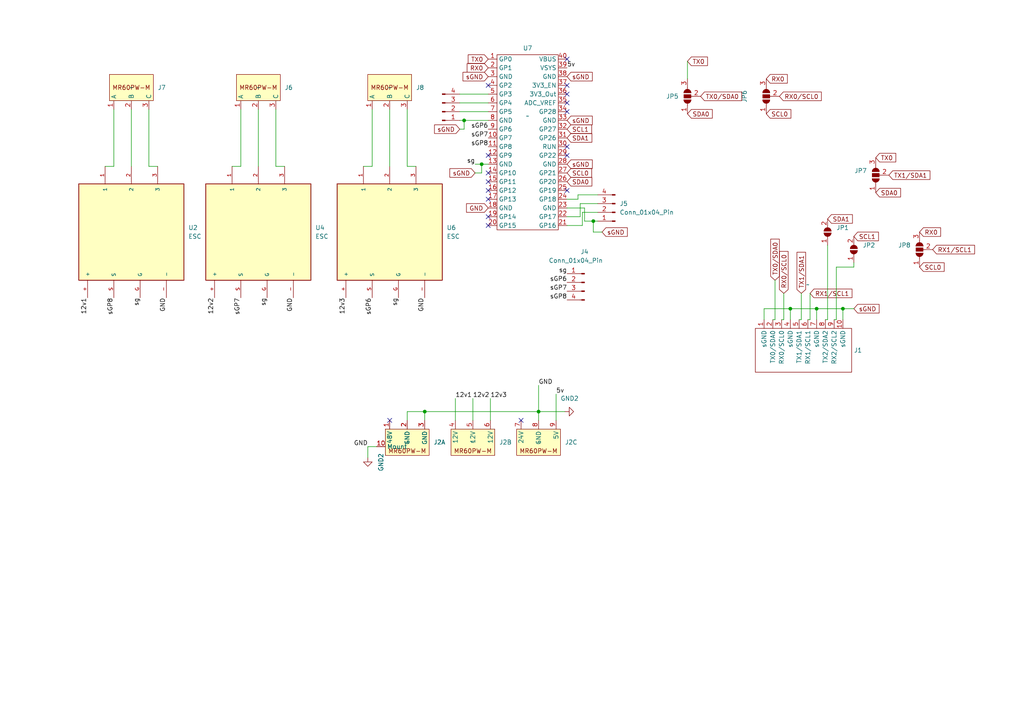
<source format=kicad_sch>
(kicad_sch (version 20231120) (generator "eeschema") (generator_version "8.0")
  (paper "A4")
  (lib_symbols
    (symbol "2024-backplane:Backplane_Card_Edge"
      (property "Reference" "J" (at -10.16 -15.24 0))
      (symbol "Backplane_Card_Edge_0_1"
        (rectangle (start -12.7 0) (end 15.24 -12.7))
      )
      (symbol "Backplane_Card_Edge_1_1"
        (pin bidirectional line (at -10.16 2.54 270) (length 2.54) (name "sGND") (number "1"))
        (pin bidirectional line (at 12.7 2.54 270) (length 2.54) (name "sGND") (number "10"))
        (pin bidirectional line (at -7.62 2.54 270) (length 2.54) (name "TX0/SDA0") (number "2"))
        (pin bidirectional line (at -5.08 2.54 270) (length 2.54) (name "RX0/SCL0") (number "3"))
        (pin bidirectional line (at -2.54 2.54 270) (length 2.54) (name "sGND") (number "4"))
        (pin bidirectional line (at 0 2.54 270) (length 2.54) (name "TX1/SDA1") (number "5"))
        (pin bidirectional line (at 2.54 2.54 270) (length 2.54) (name "RX1/SCL1") (number "6"))
        (pin bidirectional line (at 5.08 2.54 270) (length 2.54) (name "sGND") (number "7"))
        (pin bidirectional line (at 7.62 2.54 270) (length 2.54) (name "TX2/SDA2") (number "8"))
        (pin bidirectional line (at 10.16 2.54 270) (length 2.54) (name "RX2/SCL2") (number "9"))
      )
    )
    (symbol "2024-backplane:MR60PW-M"
      (property "Reference" "J" (at -3.81 11.43 0))
      (symbol "MR60PW-M_1_1"
        (rectangle (start -10.16 10.16) (end 2.54 2.54) (fill (type background)))
        (text "MR60PW-M\n" (at -3.81 6.35 0) (effects (font (size 1.27 1.27))))
        (pin bidirectional line (at -8.89 0 90) (length 2.54) (name "A") (number "1"))
        (pin bidirectional line (at -3.81 0 90) (length 2.54) (name "B") (number "2"))
        (pin bidirectional line (at 1.27 0 90) (length 2.54) (name "C") (number "3"))
      )
    )
    (symbol "2024-backplane:MR60PW-M_X3"
      (property "Reference" "J" (at -3.81 11.43 0))
      (symbol "MR60PW-M_X3_1_1"
        (rectangle (start -10.16 10.16) (end 2.54 2.54) (fill (type background)))
        (text "MR60PW-M\n" (at -3.81 8.89 0) (effects (font (size 1.27 1.27))))
        (pin bidirectional line (at -8.89 0 90) (length 2.54) (name "48V") (number "1"))
        (pin unspecified line (at -12.7 7.62 0) (length 2.54) (name "Mount") (number "10"))
        (pin bidirectional line (at -3.81 0 90) (length 2.54) (name "GND") (number "2"))
        (pin bidirectional line (at 1.27 0 90) (length 2.54) (name "GND") (number "3"))
      )
      (symbol "MR60PW-M_X3_2_1"
        (rectangle (start -10.16 10.16) (end 2.54 2.54) (fill (type background)))
        (text "MR60PW-M\n" (at -3.81 8.89 0) (effects (font (size 1.27 1.27))))
        (pin bidirectional line (at -8.89 0 90) (length 2.54) (name "12V") (number "4"))
        (pin bidirectional line (at -3.81 0 90) (length 2.54) (name "12V") (number "5"))
        (pin bidirectional line (at 1.27 0 90) (length 2.54) (name "12V") (number "6"))
      )
      (symbol "MR60PW-M_X3_3_1"
        (rectangle (start -10.16 10.16) (end 2.54 2.54) (fill (type background)))
        (text "MR60PW-M\n" (at -3.81 8.89 0) (effects (font (size 1.27 1.27))))
        (pin bidirectional line (at -8.89 0 90) (length 2.54) (name "24V") (number "7"))
        (pin bidirectional line (at -3.81 0 90) (length 2.54) (name "GND") (number "8"))
        (pin bidirectional line (at 1.27 0 90) (length 2.54) (name "5V") (number "9"))
      )
    )
    (symbol "Connector:Conn_01x04_Pin" (pin_names (offset 1.016) hide)
      (property "Reference" "J" (at 0 5.08 0))
      (property "Value" "Conn_01x04_Pin" (at 0 -7.62 0))
      (symbol "Conn_01x04_Pin_1_1"
        (polyline (pts (xy 1.27 -5.08) (xy 0.8636 -5.08)) (stroke (width 0.1524)))
        (polyline (pts (xy 1.27 -2.54) (xy 0.8636 -2.54)) (stroke (width 0.1524)))
        (polyline (pts (xy 1.27 0) (xy 0.8636 0)) (stroke (width 0.1524)))
        (polyline (pts (xy 1.27 2.54) (xy 0.8636 2.54)) (stroke (width 0.1524)))
        (rectangle (start 0.8636 -4.953) (end 0 -5.207) (stroke (width 0.1524)) (fill (type outline)))
        (rectangle (start 0.8636 -2.413) (end 0 -2.667) (stroke (width 0.1524)) (fill (type outline)))
        (rectangle (start 0.8636 0.127) (end 0 -0.127) (stroke (width 0.1524)) (fill (type outline)))
        (rectangle (start 0.8636 2.667) (end 0 2.413) (stroke (width 0.1524)) (fill (type outline)))
        (pin passive line (at 5.08 2.54 180) (length 3.81) (name "Pin_1") (number "1"))
        (pin passive line (at 5.08 0 180) (length 3.81) (name "Pin_2") (number "2"))
        (pin passive line (at 5.08 -2.54 180) (length 3.81) (name "Pin_3") (number "3"))
        (pin passive line (at 5.08 -5.08 180) (length 3.81) (name "Pin_4") (number "4"))
      )
    )
    (symbol "ESC:ESC" (pin_names (offset 1.016))
      (property "Reference" "U" (at 15.24 31.75 0))
      (property "Value" "ESC" (at 7.62 -2.54 0))
      (symbol "ESC_0_0"
        (rectangle (start 0 0) (end 27.94 30.48) (stroke (width 0.254)) (fill (type background)))
        (pin bidirectional line (at -5.08 27.94 0) (length 5.08) (name "+") (number "+"))
        (pin bidirectional line (at -5.08 5.08 0) (length 5.08) (name "-") (number "-"))
        (pin bidirectional line (at 33.02 22.86 180) (length 5.08) (name "1") (number "1"))
        (pin bidirectional line (at 33.02 15.24 180) (length 5.08) (name "2") (number "2"))
        (pin bidirectional line (at 33.02 7.62 180) (length 5.08) (name "3") (number "3"))
        (pin bidirectional line (at -5.08 12.7 0) (length 5.08) (name "G") (number "G"))
        (pin bidirectional line (at -5.08 20.32 0) (length 5.08) (name "S") (number "S"))
      )
    )
    (symbol "ESC_1" (pin_names (offset 1.016))
      (property "Reference" "U" (at 0 0 0))
      (property "Value" "ESC" (at 0 0 0))
      (symbol "ESC_1_0_0"
        (rectangle (start 0 0) (end 27.94 30.48) (stroke (width 0.254)) (fill (type background)))
        (pin bidirectional line (at -5.08 27.94 0) (length 5.08) (name "+") (number "+"))
        (pin bidirectional line (at -5.08 5.08 0) (length 5.08) (name "-") (number "-"))
        (pin bidirectional line (at 33.02 22.86 180) (length 5.08) (name "1") (number "1"))
        (pin bidirectional line (at 33.02 15.24 180) (length 5.08) (name "2") (number "2"))
        (pin bidirectional line (at 33.02 7.62 180) (length 5.08) (name "3") (number "3"))
        (pin bidirectional line (at -5.08 12.7 0) (length 5.08) (name "G") (number "G"))
        (pin bidirectional line (at -5.08 20.32 0) (length 5.08) (name "S") (number "S"))
      )
    )
    (symbol "Jumper:SolderJumper_2_Open" (pin_names (offset 0) hide)
      (property "Reference" "JP" (at 0 2.032 0))
      (property "Value" "SolderJumper_2_Open" (at 0 -2.54 0))
      (symbol "SolderJumper_2_Open_0_1"
        (arc (start -0.254 1.016) (mid -1.2656 0) (end -0.254 -1.016))
        (arc (start -0.254 1.016) (mid -1.2656 0) (end -0.254 -1.016) (fill (type outline)))
        (polyline (pts (xy -0.254 1.016) (xy -0.254 -1.016)))
        (polyline (pts (xy 0.254 1.016) (xy 0.254 -1.016)))
        (arc (start 0.254 -1.016) (mid 1.2656 0) (end 0.254 1.016))
        (arc (start 0.254 -1.016) (mid 1.2656 0) (end 0.254 1.016) (fill (type outline)))
      )
      (symbol "SolderJumper_2_Open_1_1"
        (pin passive line (at -3.81 0 0) (length 2.54) (name "A") (number "1"))
        (pin passive line (at 3.81 0 180) (length 2.54) (name "B") (number "2"))
      )
    )
    (symbol "Jumper:SolderJumper_3_Open" (pin_names (offset 0) hide)
      (property "Reference" "JP" (at -2.54 -2.54 0))
      (property "Value" "SolderJumper_3_Open" (at 0 2.794 0))
      (symbol "SolderJumper_3_Open_0_1"
        (arc (start -1.016 1.016) (mid -2.0276 0) (end -1.016 -1.016))
        (arc (start -1.016 1.016) (mid -2.0276 0) (end -1.016 -1.016) (fill (type outline)))
        (rectangle (start -0.508 1.016) (end 0.508 -1.016) (fill (type outline)))
        (polyline (pts (xy -2.54 0) (xy -2.032 0)))
        (polyline (pts (xy -1.016 1.016) (xy -1.016 -1.016)))
        (polyline (pts (xy 0 -1.27) (xy 0 -1.016)))
        (polyline (pts (xy 1.016 1.016) (xy 1.016 -1.016)))
        (polyline (pts (xy 2.54 0) (xy 2.032 0)))
        (arc (start 1.016 -1.016) (mid 2.0276 0) (end 1.016 1.016))
        (arc (start 1.016 -1.016) (mid 2.0276 0) (end 1.016 1.016) (fill (type outline)))
      )
      (symbol "SolderJumper_3_Open_1_1"
        (pin passive line (at -5.08 0 0) (length 2.54) (name "A") (number "1"))
        (pin passive line (at 0 -3.81 90) (length 2.54) (name "C") (number "2"))
        (pin passive line (at 5.08 0 180) (length 2.54) (name "B") (number "3"))
      )
    )
    (symbol "Kelpie_Library:Raspberry-Pi-Pico"
      (property "Reference" "U" (at 0 19.05 0))
      (symbol "Raspberry-Pi-Pico_0_1"
        (rectangle (start -8.89 17.78) (end 8.89 -33.02))
      )
      (symbol "Raspberry-Pi-Pico_1_1"
        (pin bidirectional line (at -11.43 16.51 0) (length 2.54) (name "GP0") (number "1"))
        (pin bidirectional line (at -11.43 -6.35 0) (length 2.54) (name "GP7") (number "10"))
        (pin bidirectional line (at -11.43 -8.89 0) (length 2.54) (name "GP8") (number "11"))
        (pin bidirectional line (at -11.43 -11.43 0) (length 2.54) (name "GP9") (number "12"))
        (pin power_in line (at -11.43 -13.97 0) (length 2.54) (name "GND") (number "13"))
        (pin bidirectional line (at -11.43 -16.51 0) (length 2.54) (name "GP10") (number "14"))
        (pin bidirectional line (at -11.43 -19.05 0) (length 2.54) (name "GP11") (number "15"))
        (pin bidirectional line (at -11.43 -21.59 0) (length 2.54) (name "GP12") (number "16"))
        (pin bidirectional line (at -11.43 -24.13 0) (length 2.54) (name "GP13") (number "17"))
        (pin power_in line (at -11.43 -26.67 0) (length 2.54) (name "GND") (number "18"))
        (pin bidirectional line (at -11.43 -29.21 0) (length 2.54) (name "GP14") (number "19"))
        (pin bidirectional line (at -11.43 13.97 0) (length 2.54) (name "GP1") (number "2"))
        (pin bidirectional line (at -11.43 -31.75 0) (length 2.54) (name "GP15") (number "20"))
        (pin bidirectional line (at 11.43 -31.75 180) (length 2.54) (name "GP16") (number "21"))
        (pin bidirectional line (at 11.43 -29.21 180) (length 2.54) (name "GP17") (number "22"))
        (pin power_in line (at 11.43 -26.67 180) (length 2.54) (name "GND") (number "23"))
        (pin bidirectional line (at 11.43 -24.13 180) (length 2.54) (name "GP18") (number "24"))
        (pin bidirectional line (at 11.43 -21.59 180) (length 2.54) (name "GP19") (number "25"))
        (pin bidirectional line (at 11.43 -19.05 180) (length 2.54) (name "GP20") (number "26"))
        (pin bidirectional line (at 11.43 -16.51 180) (length 2.54) (name "GP21") (number "27"))
        (pin power_in line (at 11.43 -13.97 180) (length 2.54) (name "GND") (number "28"))
        (pin bidirectional line (at 11.43 -11.43 180) (length 2.54) (name "GP22") (number "29"))
        (pin power_in line (at -11.43 11.43 0) (length 2.54) (name "GND") (number "3"))
        (pin input line (at 11.43 -8.89 180) (length 2.54) (name "RUN") (number "30"))
        (pin bidirectional line (at 11.43 -6.35 180) (length 2.54) (name "GP26") (number "31"))
        (pin bidirectional line (at 11.43 -3.81 180) (length 2.54) (name "GP27") (number "32"))
        (pin power_in line (at 11.43 -1.27 180) (length 2.54) (name "GND") (number "33"))
        (pin bidirectional line (at 11.43 1.27 180) (length 2.54) (name "GP28") (number "34"))
        (pin input line (at 11.43 3.81 180) (length 2.54) (name "ADC_VREF") (number "35"))
        (pin power_out line (at 11.43 6.35 180) (length 2.54) (name "3V3_Out") (number "36"))
        (pin input line (at 11.43 8.89 180) (length 2.54) (name "3V3_EN") (number "37"))
        (pin power_in line (at 11.43 11.43 180) (length 2.54) (name "GND") (number "38"))
        (pin power_in line (at 11.43 13.97 180) (length 2.54) (name "VSYS") (number "39"))
        (pin bidirectional line (at -11.43 8.89 0) (length 2.54) (name "GP2") (number "4"))
        (pin power_in line (at 11.43 16.51 180) (length 2.54) (name "VBUS") (number "40"))
        (pin bidirectional line (at -11.43 6.35 0) (length 2.54) (name "GP3") (number "5"))
        (pin bidirectional line (at -11.43 3.81 0) (length 2.54) (name "GP4") (number "6"))
        (pin bidirectional line (at -11.43 1.27 0) (length 2.54) (name "GP5") (number "7"))
        (pin power_in line (at -11.43 -1.27 0) (length 2.54) (name "GND") (number "8"))
        (pin bidirectional line (at -11.43 -3.81 0) (length 2.54) (name "GP6") (number "9"))
      )
    )
    (symbol "power:GND2" (power) (pin_names (offset 0))
      (property "Value" "GND2" (at 0 -3.81 0))
      (symbol "GND2_0_1"
        (polyline (pts (xy 0 0) (xy 0 -1.27) (xy 1.27 -1.27) (xy 0 -2.54) (xy -1.27 -1.27) (xy 0 -1.27)))
      )
      (symbol "GND2_1_1"
        (pin power_in line (at 0 0 270) (length 0) hide (name "GND2") (number "1"))
      )
    )
  )
  (junction (at 236.855 89.535))
  (junction (at 172.085 64.135))
  (junction (at 134.62 34.925))
  (junction (at 244.475 89.535))
  (junction (at 156.21 119.38))
  (junction (at 139.7 47.625))
  (junction (at 123.19 119.38))
  (junction (at 229.235 89.535))
  (no_connect (at 164.465 29.845))
  (no_connect (at 141.605 57.785))
  (no_connect (at 141.605 55.245))
  (no_connect (at 164.465 55.245))
  (no_connect (at 151.13 121.92))
  (no_connect (at 164.465 42.545))
  (no_connect (at 164.465 17.145))
  (no_connect (at 141.605 65.405))
  (no_connect (at 164.465 27.305))
  (no_connect (at 164.465 32.385))
  (no_connect (at 164.465 45.085))
  (no_connect (at 141.605 45.085))
  (no_connect (at 164.465 24.765))
  (no_connect (at 141.605 52.705))
  (no_connect (at 141.605 62.865))
  (no_connect (at 141.605 24.765))
  (no_connect (at 113.03 121.92))
  (no_connect (at 141.605 50.165))
  (wire (pts (xy 80.01 48.26) (xy 80.01 31.75)))
  (wire (pts (xy 106.68 132.715) (xy 106.68 129.54)))
  (wire (pts (xy 43.18 31.75) (xy 43.18 48.26)))
  (wire (pts (xy 118.11 119.38) (xy 123.19 119.38)))
  (wire (pts (xy 118.11 119.38) (xy 118.11 121.92)))
  (wire (pts (xy 168.275 62.865) (xy 168.275 59.055)))
  (wire (pts (xy 168.275 59.055) (xy 173.355 59.055)))
  (wire (pts (xy 229.235 89.535) (xy 236.855 89.535)))
  (wire (pts (xy 221.615 92.71) (xy 221.615 89.535)))
  (wire (pts (xy 139.7 47.625) (xy 139.7 50.165)))
  (wire (pts (xy 167.64 57.785) (xy 167.64 56.515)))
  (wire (pts (xy 123.19 119.38) (xy 156.21 119.38)))
  (wire (pts (xy 164.465 57.785) (xy 167.64 57.785)))
  (wire (pts (xy 33.02 48.26) (xy 30.48 48.26)))
  (wire (pts (xy 156.21 119.38) (xy 156.21 121.92)))
  (wire (pts (xy 224.79 81.28) (xy 224.79 92.71)))
  (wire (pts (xy 33.02 31.75) (xy 33.02 48.26)))
  (wire (pts (xy 164.465 65.405) (xy 168.91 65.405)))
  (wire (pts (xy 242.57 77.47) (xy 247.65 77.47)))
  (wire (pts (xy 107.95 48.26) (xy 107.95 31.75)))
  (wire (pts (xy 43.18 48.26) (xy 45.72 48.26)))
  (wire (pts (xy 134.62 37.465) (xy 133.35 37.465)))
  (wire (pts (xy 199.39 17.78) (xy 199.39 22.86)))
  (wire (pts (xy 156.21 111.76) (xy 156.21 119.38)))
  (wire (pts (xy 161.29 114.3) (xy 161.29 121.92)))
  (wire (pts (xy 120.65 48.26) (xy 118.11 48.26)))
  (wire (pts (xy 247.65 77.47) (xy 247.65 76.2)))
  (wire (pts (xy 169.545 60.325) (xy 169.545 64.135)))
  (wire (pts (xy 240.03 71.12) (xy 240.03 92.71)))
  (wire (pts (xy 132.08 115.57) (xy 132.08 121.92)))
  (wire (pts (xy 137.16 115.57) (xy 137.16 121.92)))
  (wire (pts (xy 139.7 47.625) (xy 141.605 47.625)))
  (wire (pts (xy 133.35 29.845) (xy 141.605 29.845)))
  (wire (pts (xy 118.11 48.26) (xy 118.11 31.75)))
  (wire (pts (xy 133.35 27.305) (xy 141.605 27.305)))
  (wire (pts (xy 133.35 34.925) (xy 134.62 34.925)))
  (wire (pts (xy 224.155 92.71) (xy 224.79 92.71)))
  (wire (pts (xy 241.935 92.71) (xy 242.57 92.71)))
  (wire (pts (xy 221.615 89.535) (xy 229.235 89.535)))
  (wire (pts (xy 236.855 89.535) (xy 236.855 92.71)))
  (wire (pts (xy 227.33 85.09) (xy 227.33 92.71)))
  (wire (pts (xy 106.68 129.54) (xy 109.22 129.54)))
  (wire (pts (xy 105.41 48.26) (xy 107.95 48.26)))
  (wire (pts (xy 231.775 92.71) (xy 232.41 92.71)))
  (wire (pts (xy 134.62 34.925) (xy 134.62 37.465)))
  (wire (pts (xy 69.85 48.26) (xy 69.85 31.75)))
  (wire (pts (xy 236.855 89.535) (xy 244.475 89.535)))
  (wire (pts (xy 164.465 60.325) (xy 169.545 60.325)))
  (wire (pts (xy 172.085 64.135) (xy 172.085 67.31)))
  (wire (pts (xy 242.57 77.47) (xy 242.57 92.71)))
  (wire (pts (xy 137.795 50.165) (xy 139.7 50.165)))
  (wire (pts (xy 133.35 32.385) (xy 141.605 32.385)))
  (wire (pts (xy 67.31 48.26) (xy 69.85 48.26)))
  (wire (pts (xy 123.19 121.92) (xy 123.19 119.38)))
  (wire (pts (xy 226.695 92.71) (xy 227.33 92.71)))
  (wire (pts (xy 164.465 62.865) (xy 168.275 62.865)))
  (wire (pts (xy 156.21 119.38) (xy 163.83 119.38)))
  (wire (pts (xy 169.545 64.135) (xy 172.085 64.135)))
  (wire (pts (xy 239.395 92.71) (xy 240.03 92.71)))
  (wire (pts (xy 244.475 89.535) (xy 247.65 89.535)))
  (wire (pts (xy 172.085 67.31) (xy 174.625 67.31)))
  (wire (pts (xy 113.03 31.75) (xy 113.03 48.26)))
  (wire (pts (xy 172.085 64.135) (xy 173.355 64.135)))
  (wire (pts (xy 38.1 31.75) (xy 38.1 48.26)))
  (wire (pts (xy 168.91 61.595) (xy 173.355 61.595)))
  (wire (pts (xy 134.62 34.925) (xy 141.605 34.925)))
  (wire (pts (xy 234.315 92.71) (xy 234.95 92.71)))
  (wire (pts (xy 244.475 89.535) (xy 244.475 92.71)))
  (wire (pts (xy 168.91 65.405) (xy 168.91 61.595)))
  (wire (pts (xy 229.235 89.535) (xy 229.235 92.71)))
  (wire (pts (xy 137.795 47.625) (xy 139.7 47.625)))
  (wire (pts (xy 232.41 85.09) (xy 232.41 92.71)))
  (wire (pts (xy 142.24 115.57) (xy 142.24 121.92)))
  (wire (pts (xy 82.55 48.26) (xy 80.01 48.26)))
  (wire (pts (xy 167.64 56.515) (xy 173.355 56.515)))
  (wire (pts (xy 74.93 48.26) (xy 74.93 31.75)))
  (wire (pts (xy 234.95 85.09) (xy 234.95 92.71)))
  (label "sGP7" (at 141.605 40.005 180))
  (label "sGP8" (at 141.605 42.545 180))
  (label "GND" (at 123.19 86.36 270))
  (label "sg" (at 77.47 86.36 270))
  (label "12v1" (at 132.08 115.57 0))
  (label "sGP7" (at 164.465 84.455 180))
  (label "5v" (at 161.29 114.3 0))
  (label "12v1" (at 25.4 86.36 270))
  (label "GND" (at 106.68 129.54 180))
  (label "5v" (at 164.465 19.685 0))
  (label "12v3" (at 100.33 86.36 270))
  (label "sg" (at 164.465 79.375 180))
  (label "12v2" (at 62.23 86.36 270))
  (label "GND" (at 156.21 111.76 0))
  (label "12v3" (at 142.24 115.57 0))
  (label "sg" (at 40.64 86.36 270))
  (label "GND" (at 85.09 86.36 270))
  (label "sg" (at 115.57 86.36 270))
  (label "GND" (at 48.26 86.36 270))
  (label "12v2" (at 137.16 115.57 0))
  (label "sGP6" (at 164.465 81.915 180))
  (label "sGP8" (at 164.465 86.995 180))
  (label "sg" (at 137.795 47.625 180))
  (label "sGP6" (at 107.95 86.36 270))
  (label "sGP8" (at 33.02 86.36 270))
  (label "sGP6" (at 141.605 37.465 180))
  (label "sGP7" (at 69.85 86.36 270))
  (global_label "SCL1" (shape input) (at 164.465 37.465 0) (property "Intersheetrefs" "${INTERSHEET_REFS}" (effects (hide yes))))
  (global_label "RX0{slash}SCL0" (shape input) (at 226.06 27.94 0) (property "Intersheetrefs" "${INTERSHEET_REFS}" (effects (hide yes))))
  (global_label "sGND" (shape input) (at 164.465 47.625 0) (property "Intersheetrefs" "${INTERSHEET_REFS}" (effects (hide yes))))
  (global_label "SDA0" (shape input) (at 164.465 52.705 0) (property "Intersheetrefs" "${INTERSHEET_REFS}" (effects (hide yes))))
  (global_label "RX0{slash}SCL0" (shape input) (at 227.33 85.09 90) (property "Intersheetrefs" "${INTERSHEET_REFS}" (effects (hide yes))))
  (global_label "sGND" (shape input) (at 164.465 34.925 0) (property "Intersheetrefs" "${INTERSHEET_REFS}" (effects (hide yes))))
  (global_label "SDA0" (shape input) (at 199.39 33.02 0) (property "Intersheetrefs" "${INTERSHEET_REFS}" (effects (hide yes))))
  (global_label "sGND" (shape input) (at 247.65 89.535 0) (property "Intersheetrefs" "${INTERSHEET_REFS}" (effects (hide yes))))
  (global_label "sGND" (shape input) (at 141.605 22.225 180) (property "Intersheetrefs" "${INTERSHEET_REFS}" (effects (hide yes))))
  (global_label "RX1{slash}SCL1" (shape input) (at 270.51 72.39 0) (property "Intersheetrefs" "${INTERSHEET_REFS}" (effects (hide yes))))
  (global_label "TX0" (shape input) (at 199.39 17.78 0) (property "Intersheetrefs" "${INTERSHEET_REFS}" (effects (hide yes))))
  (global_label "RX0" (shape input) (at 222.25 22.86 0) (property "Intersheetrefs" "${INTERSHEET_REFS}" (effects (hide yes))))
  (global_label "TX0{slash}SDA0" (shape input) (at 203.2 27.94 0) (property "Intersheetrefs" "${INTERSHEET_REFS}" (effects (hide yes))))
  (global_label "sGND" (shape input) (at 164.465 22.225 0) (property "Intersheetrefs" "${INTERSHEET_REFS}" (effects (hide yes))))
  (global_label "SDA1" (shape input) (at 164.465 40.005 0) (property "Intersheetrefs" "${INTERSHEET_REFS}" (effects (hide yes))))
  (global_label "TX0{slash}SDA0" (shape input) (at 224.79 81.28 90) (property "Intersheetrefs" "${INTERSHEET_REFS}" (effects (hide yes))))
  (global_label "RX1{slash}SCL1" (shape input) (at 234.95 85.09 0) (property "Intersheetrefs" "${INTERSHEET_REFS}" (effects (hide yes))))
  (global_label "sGND" (shape input) (at 174.625 67.31 0) (property "Intersheetrefs" "${INTERSHEET_REFS}" (effects (hide yes))))
  (global_label "RX0" (shape input) (at 141.605 19.685 180) (property "Intersheetrefs" "${INTERSHEET_REFS}" (effects (hide yes))))
  (global_label "sGND" (shape input) (at 137.795 50.165 180) (property "Intersheetrefs" "${INTERSHEET_REFS}" (effects (hide yes))))
  (global_label "TX0" (shape input) (at 254 45.72 0) (property "Intersheetrefs" "${INTERSHEET_REFS}" (effects (hide yes))))
  (global_label "SDA1" (shape input) (at 240.03 63.5 0) (property "Intersheetrefs" "${INTERSHEET_REFS}" (effects (hide yes))))
  (global_label "SCL0" (shape input) (at 266.7 77.47 0) (property "Intersheetrefs" "${INTERSHEET_REFS}" (effects (hide yes))))
  (global_label "sGND" (shape input) (at 133.35 37.465 180) (property "Intersheetrefs" "${INTERSHEET_REFS}" (effects (hide yes))))
  (global_label "TX1{slash}SDA1" (shape input) (at 232.41 85.09 90) (property "Intersheetrefs" "${INTERSHEET_REFS}" (effects (hide yes))))
  (global_label "SCL1" (shape input) (at 247.65 68.58 0) (property "Intersheetrefs" "${INTERSHEET_REFS}" (effects (hide yes))))
  (global_label "RX0" (shape input) (at 266.7 67.31 0) (property "Intersheetrefs" "${INTERSHEET_REFS}" (effects (hide yes))))
  (global_label "SCL0" (shape input) (at 164.465 50.165 0) (property "Intersheetrefs" "${INTERSHEET_REFS}" (effects (hide yes))))
  (global_label "TX0" (shape input) (at 141.605 17.145 180) (property "Intersheetrefs" "${INTERSHEET_REFS}" (effects (hide yes))))
  (global_label "TX1{slash}SDA1" (shape input) (at 257.81 50.8 0) (property "Intersheetrefs" "${INTERSHEET_REFS}" (effects (hide yes))))
  (global_label "SDA0" (shape input) (at 254 55.88 0) (property "Intersheetrefs" "${INTERSHEET_REFS}" (effects (hide yes))))
  (global_label "GND" (shape input) (at 141.605 60.325 180) (property "Intersheetrefs" "${INTERSHEET_REFS}" (effects (hide yes))))
  (global_label "SCL0" (shape input) (at 222.25 33.02 0) (property "Intersheetrefs" "${INTERSHEET_REFS}" (effects (hide yes))))
  (symbol (lib_id "Connector:Conn_01x04_Pin") (at 128.27 32.385 0) (mirror x) (unit 1)
    (property "Reference" "J3" (effects (hide yes)))
    (property "Value" "Conn_01x04_Pin" (effects (hide yes)))
    (property "Footprint" "Connector_PinHeader_2.54mm:PinHeader_1x04_P2.54mm_Horizontal" (effects (hide yes)))
  )
  (symbol (lib_id "2024-backplane:Backplane_Card_Edge") (at 231.775 95.25 0) (unit 1)
    (property "Reference" "J1" (at 247.65 101.6 0) (effects (justify left)))
    (property "Value" "~" (at 234.315 82.55 0))
    (property "Footprint" "2024-backplane:CardEdge_2x10" (effects (hide yes)))
  )
  (symbol (lib_id "2024-backplane:MR60PW-M") (at 41.91 31.75 0) (unit 1)
    (property "Reference" "J7" (at 45.72 25.4 0) (effects (justify left)))
    (property "Value" "~" (at 38.1 25.4 0))
    (property "Footprint" "2024-backplane:MR60PW-M" (effects (hide yes)))
    (property "Datasheet" "https://www.tme.com/Document/fd4b3517709a946d7b01cf4810656931/MR60PW-M.pdf" (effects (hide yes)))
  )
  (symbol (lib_id "Kelpie_Library:Raspberry-Pi-Pico") (at 153.035 33.655 0) (unit 1)
    (property "Reference" "U7" (at 153.035 13.97 0))
    (property "Value" "~" (at 153.035 33.655 0))
    (property "Footprint" "Kelpie_Default:ESP32-S3-Pico" (effects (hide yes)))
  )
  (symbol (lib_id "power:GND2") (at 106.68 132.715 0) (unit 1)
    (property "Reference" "#PWR01" (effects (hide yes)))
    (property "Value" "GND2" (at 110.49 131.445 90) (effects (justify right)))
  )
  (symbol (lib_id "Jumper:SolderJumper_3_Open") (at 222.25 27.94 90) (unit 1)
    (property "Reference" "JP6" (at 215.9 27.94 0))
    (property "Value" "SolderJumper_3_Open" (effects (hide yes)))
    (property "Footprint" "Jumper:SolderJumper-3_P2.0mm_Open_TrianglePad1.0x1.5mm" (effects (hide yes)))
  )
  (symbol (lib_id "2024-backplane:MR60PW-M_X3") (at 121.92 121.92 0) (mirror x) (unit 1)
    (property "Reference" "J2" (at 125.73 128.27 0) (effects (justify left)))
    (property "Value" "~" (at 118.11 128.27 0))
    (property "Footprint" "2024-backplane:MR60PW-M_X3" (effects (hide yes)))
    (property "Datasheet" "https://www.tme.com/Document/fd4b3517709a946d7b01cf4810656931/MR60PW-M.pdf" (effects (hide yes)))
  )
  (symbol (lib_id "Jumper:SolderJumper_3_Open") (at 266.7 72.39 90) (unit 1)
    (property "Reference" "JP8" (at 264.16 71.12 90) (effects (justify left)))
    (property "Value" "SolderJumper_3_Open" (effects (hide yes)))
    (property "Footprint" "Jumper:SolderJumper-3_P2.0mm_Open_TrianglePad1.0x1.5mm" (effects (hide yes)))
  )
  (symbol (lib_name "ESC_1") (lib_id "ESC:ESC") (at 53.34 81.28 90) (unit 1)
    (property "Reference" "U2" (at 54.61 66.04 90) (effects (justify right)))
    (property "Value" "ESC" (at 54.61 68.58 90) (effects (justify right)))
    (property "Footprint" "ESC-carrier:ESC" (effects (hide yes)))
  )
  (symbol (lib_id "Connector:Conn_01x04_Pin") (at 178.435 61.595 180) (unit 1)
    (property "Reference" "J5" (at 179.705 59.055 0) (effects (justify right)))
    (property "Value" "Conn_01x04_Pin" (at 179.705 61.595 0) (effects (justify right)))
    (property "Footprint" "Connector_PinHeader_2.54mm:PinHeader_1x04_P2.54mm_Horizontal" (effects (hide yes)))
  )
  (symbol (lib_id "Jumper:SolderJumper_3_Open") (at 199.39 27.94 90) (unit 1)
    (property "Reference" "JP5" (at 196.85 27.94 90) (effects (justify left)))
    (property "Value" "SolderJumper_3_Open" (effects (hide yes)))
    (property "Footprint" "Jumper:SolderJumper-3_P2.0mm_Open_TrianglePad1.0x1.5mm" (effects (hide yes)))
  )
  (symbol (lib_id "2024-backplane:MR60PW-M_X3") (at 140.97 121.92 0) (mirror x) (unit 2)
    (property "Reference" "J2" (at 144.78 128.27 0) (effects (justify left)))
    (property "Value" "~" (at 137.16 128.27 0))
    (property "Footprint" "2024-backplane:MR60PW-M_X3" (effects (hide yes)))
    (property "Datasheet" "https://www.tme.com/Document/fd4b3517709a946d7b01cf4810656931/MR60PW-M.pdf" (effects (hide yes)))
  )
  (symbol (lib_id "2024-backplane:MR60PW-M_X3") (at 160.02 121.92 0) (mirror x) (unit 3)
    (property "Reference" "J2" (at 163.83 128.27 0) (effects (justify left)))
    (property "Value" "~" (at 156.21 128.27 0))
    (property "Footprint" "2024-backplane:MR60PW-M_X3" (effects (hide yes)))
    (property "Datasheet" "https://www.tme.com/Document/fd4b3517709a946d7b01cf4810656931/MR60PW-M.pdf" (effects (hide yes)))
  )
  (symbol (lib_id "Jumper:SolderJumper_2_Open") (at 247.65 72.39 90) (unit 1)
    (property "Reference" "JP2" (at 250.19 71.12 90) (effects (justify right)))
    (property "Value" "SolderJumper_2_Open" (effects (hide yes)))
    (property "Footprint" "Jumper:SolderJumper-2_P1.3mm_Open_Pad1.0x1.5mm" (effects (hide yes)))
  )
  (symbol (lib_id "Connector:Conn_01x04_Pin") (at 169.545 81.915 0) (mirror y) (unit 1)
    (property "Reference" "J4" (at 169.545 73.025 0))
    (property "Value" "Conn_01x04_Pin" (at 167.005 75.565 0))
    (property "Footprint" "Connector_PinHeader_2.54mm:PinHeader_1x04_P2.54mm_Horizontal" (effects (hide yes)))
  )
  (symbol (lib_id "Jumper:SolderJumper_3_Open") (at 254 50.8 90) (unit 1)
    (property "Reference" "JP7" (at 251.46 49.53 90) (effects (justify left)))
    (property "Value" "SolderJumper_3_Open" (effects (hide yes)))
    (property "Footprint" "Jumper:SolderJumper-3_P2.0mm_Open_TrianglePad1.0x1.5mm" (effects (hide yes)))
  )
  (symbol (lib_id "ESC:ESC") (at 128.27 81.28 90) (unit 1)
    (property "Reference" "U6" (at 129.54 66.04 90) (effects (justify right)))
    (property "Value" "ESC" (at 129.54 68.58 90) (effects (justify right)))
    (property "Footprint" "ESC-carrier:ESC" (effects (hide yes)))
  )
  (symbol (lib_id "2024-backplane:MR60PW-M") (at 78.74 31.75 0) (unit 1)
    (property "Reference" "J6" (at 82.55 25.4 0) (effects (justify left)))
    (property "Value" "~" (at 74.93 25.4 0))
    (property "Footprint" "2024-backplane:MR60PW-M" (effects (hide yes)))
    (property "Datasheet" "https://www.tme.com/Document/fd4b3517709a946d7b01cf4810656931/MR60PW-M.pdf" (effects (hide yes)))
  )
  (symbol (lib_id "2024-backplane:MR60PW-M") (at 116.84 31.75 0) (unit 1)
    (property "Reference" "J8" (at 120.65 25.4 0) (effects (justify left)))
    (property "Value" "~" (at 113.03 25.4 0))
    (property "Footprint" "2024-backplane:MR60PW-M" (effects (hide yes)))
    (property "Datasheet" "https://www.tme.com/Document/fd4b3517709a946d7b01cf4810656931/MR60PW-M.pdf" (effects (hide yes)))
  )
  (symbol (lib_id "power:GND2") (at 163.83 119.38 90) (unit 1)
    (property "Reference" "#PWR02" (effects (hide yes)))
    (property "Value" "GND2" (at 162.56 115.57 90) (effects (justify right)))
  )
  (symbol (lib_id "ESC:ESC") (at 90.17 81.28 90) (unit 1)
    (property "Reference" "U4" (at 91.44 66.04 90) (effects (justify right)))
    (property "Value" "ESC" (at 91.44 68.58 90) (effects (justify right)))
    (property "Footprint" "ESC-carrier:ESC" (effects (hide yes)))
  )
  (symbol (lib_id "Jumper:SolderJumper_2_Open") (at 240.03 67.31 90) (unit 1)
    (property "Reference" "JP1" (at 242.57 66.04 90) (effects (justify right)))
    (property "Value" "SolderJumper_2_Open" (effects (hide yes)))
    (property "Footprint" "Jumper:SolderJumper-2_P1.3mm_Open_Pad1.0x1.5mm" (effects (hide yes)))
  )
)
</source>
